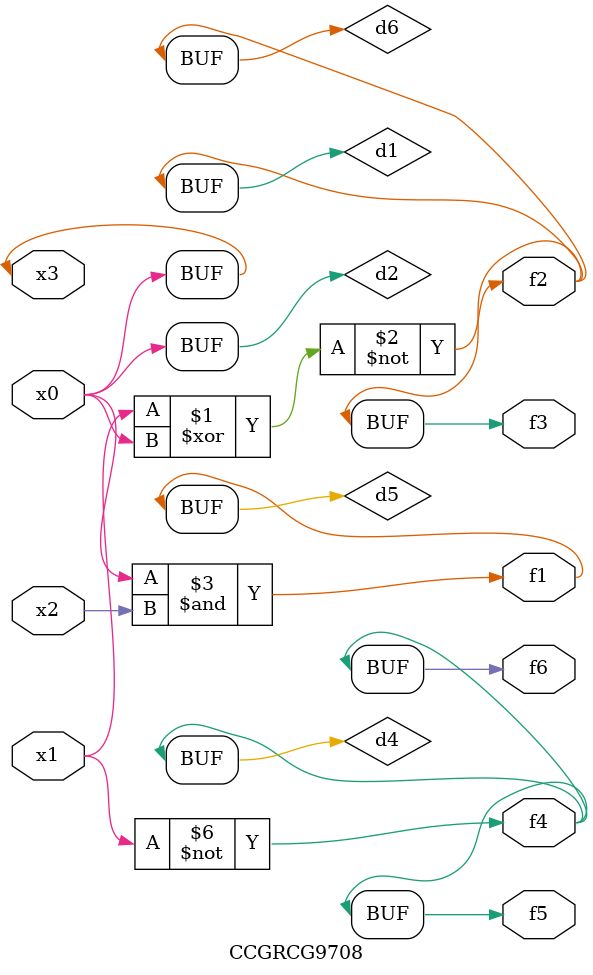
<source format=v>
module CCGRCG9708(
	input x0, x1, x2, x3,
	output f1, f2, f3, f4, f5, f6
);

	wire d1, d2, d3, d4, d5, d6;

	xnor (d1, x1, x3);
	buf (d2, x0, x3);
	nand (d3, x0, x2);
	not (d4, x1);
	nand (d5, d3);
	or (d6, d1);
	assign f1 = d5;
	assign f2 = d6;
	assign f3 = d6;
	assign f4 = d4;
	assign f5 = d4;
	assign f6 = d4;
endmodule

</source>
